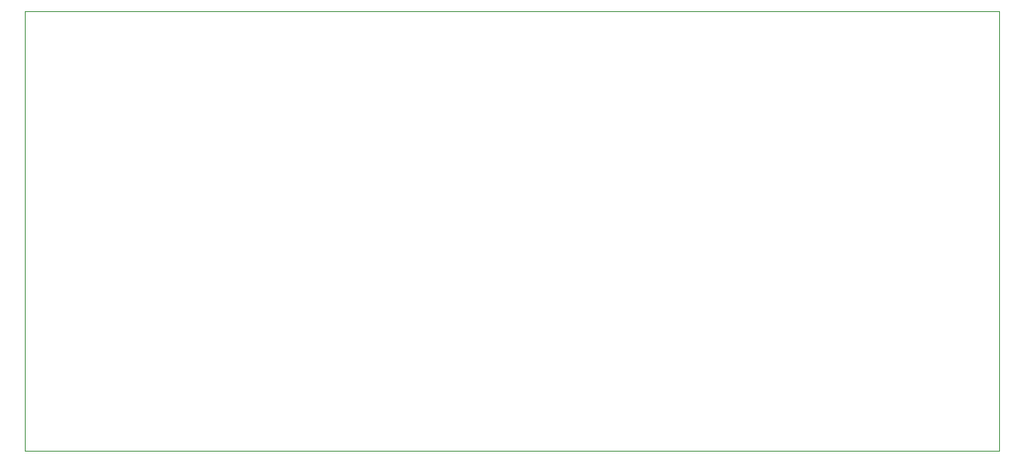
<source format=gm1>
G04 #@! TF.GenerationSoftware,KiCad,Pcbnew,8.0.5*
G04 #@! TF.CreationDate,2025-03-12T15:23:49-04:00*
G04 #@! TF.ProjectId,PCB_version4,5043425f-7665-4727-9369-6f6e342e6b69,rev?*
G04 #@! TF.SameCoordinates,Original*
G04 #@! TF.FileFunction,Profile,NP*
%FSLAX46Y46*%
G04 Gerber Fmt 4.6, Leading zero omitted, Abs format (unit mm)*
G04 Created by KiCad (PCBNEW 8.0.5) date 2025-03-12 15:23:49*
%MOMM*%
%LPD*%
G01*
G04 APERTURE LIST*
G04 #@! TA.AperFunction,Profile*
%ADD10C,0.050000*%
G04 #@! TD*
G04 APERTURE END LIST*
D10*
X113000000Y-54250000D02*
X216000000Y-54250000D01*
X216000000Y-100750000D01*
X113000000Y-100750000D01*
X113000000Y-54250000D01*
M02*

</source>
